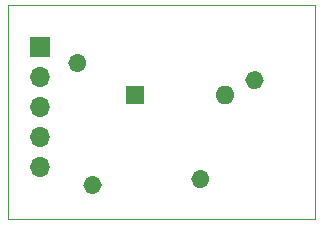
<source format=gbr>
%TF.GenerationSoftware,KiCad,Pcbnew,9.0.2*%
%TF.CreationDate,2025-07-15T11:24:56-07:00*%
%TF.ProjectId,PeakDetector_Breakout,5065616b-4465-4746-9563-746f725f4272,rev?*%
%TF.SameCoordinates,Original*%
%TF.FileFunction,Soldermask,Bot*%
%TF.FilePolarity,Negative*%
%FSLAX46Y46*%
G04 Gerber Fmt 4.6, Leading zero omitted, Abs format (unit mm)*
G04 Created by KiCad (PCBNEW 9.0.2) date 2025-07-15 11:24:56*
%MOMM*%
%LPD*%
G01*
G04 APERTURE LIST*
%ADD10C,0.800000*%
%ADD11R,1.600000X1.600000*%
%ADD12O,1.600000X1.600000*%
%ADD13R,1.700000X1.700000*%
%ADD14O,1.700000X1.700000*%
%TA.AperFunction,Profile*%
%ADD15C,0.050000*%
%TD*%
G04 APERTURE END LIST*
D10*
X136268780Y-90755165D02*
G75*
G02*
X135468780Y-90755165I-400000J0D01*
G01*
X135468780Y-90755165D02*
G75*
G02*
X136268780Y-90755165I400000J0D01*
G01*
X146689577Y-100589339D02*
G75*
G02*
X145889577Y-100589339I-400000J0D01*
G01*
X145889577Y-100589339D02*
G75*
G02*
X146689577Y-100589339I400000J0D01*
G01*
X151270657Y-92211197D02*
G75*
G02*
X150470657Y-92211197I-400000J0D01*
G01*
X150470657Y-92211197D02*
G75*
G02*
X151270657Y-92211197I400000J0D01*
G01*
X137559999Y-101094369D02*
G75*
G02*
X136759999Y-101094369I-400000J0D01*
G01*
X136759999Y-101094369D02*
G75*
G02*
X137559999Y-101094369I400000J0D01*
G01*
D11*
%TO.C,D1*%
X140716000Y-93472000D03*
D12*
X148336000Y-93472000D03*
%TD*%
D13*
%TO.C,J2*%
X132752000Y-89408000D03*
D14*
X132752000Y-91948000D03*
X132752000Y-94488000D03*
X132752000Y-97028000D03*
X132752000Y-99568000D03*
%TD*%
D15*
X130000000Y-85852000D02*
X155956000Y-85852000D01*
X155956000Y-103992000D01*
X130000000Y-103992000D01*
X130000000Y-85852000D01*
M02*

</source>
